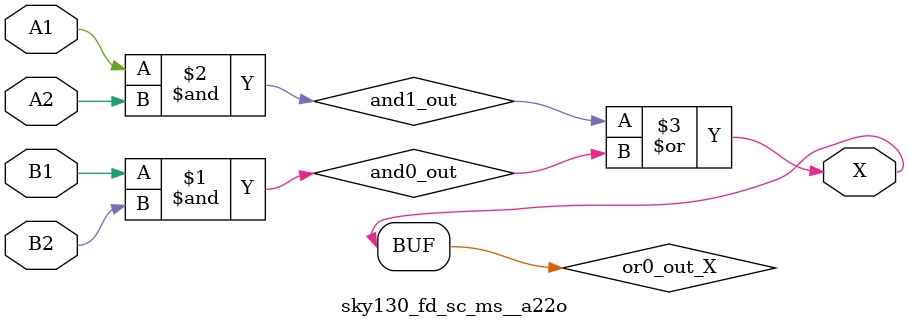
<source format=v>
module sky130_fd_sc_ms__a22o (
    X ,
    A1,
    A2,
    B1,
    B2
);
    output X ;
    input  A1;
    input  A2;
    input  B1;
    input  B2;
    wire and0_out ;
    wire and1_out ;
    wire or0_out_X;
    and and0 (and0_out , B1, B2            );
    and and1 (and1_out , A1, A2            );
    or  or0  (or0_out_X, and1_out, and0_out);
    buf buf0 (X        , or0_out_X         );
endmodule
</source>
